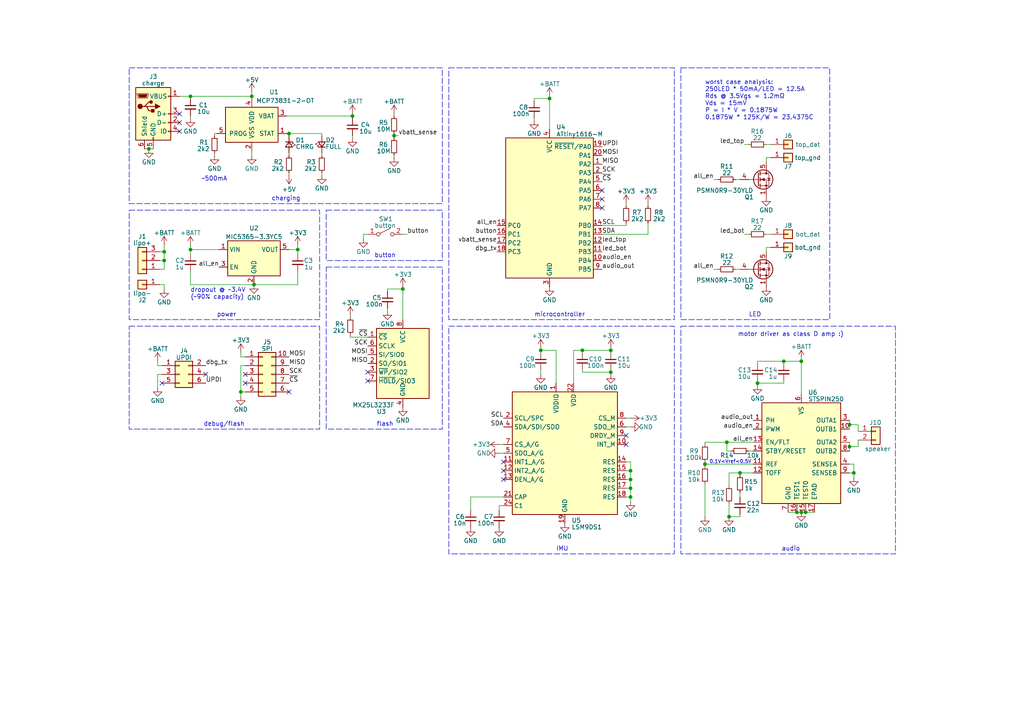
<source format=kicad_sch>
(kicad_sch (version 20230121) (generator eeschema)
  (paper "A4")
  (lib_symbols
    (symbol "+5V_1" (power) (pin_names (offset 0))
      (property "Value" "+5V_1" (at 0 3.556 0))
      (symbol "+5V_1_1_1"
        (pin power_in line (at 0 0 90) (length 0) hide (name "+5V") (number "1"))
      )
    )
    (symbol "Battery_Management:MCP73831-2-OT" (pin_names (offset 1.016))
      (property "Reference" "U" (at -7.62 6.35 0))
      (property "Value" "MCP73831-2-OT" (at 1.27 6.35 0))
      (symbol "MCP73831-2-OT_1_1"
        (pin output line (at 10.16 -2.54 180) (length 2.54) (name "STAT") (number "1"))
        (pin power_in line (at 0 -7.62 90) (length 2.54) (name "VSS") (number "2"))
        (pin power_out line (at 10.16 2.54 180) (length 2.54) (name "VBAT") (number "3"))
        (pin power_in line (at 0 7.62 270) (length 2.54) (name "VDD") (number "4"))
        (pin input line (at -10.16 -2.54 0) (length 2.54) (name "PROG") (number "5"))
      )
    )
    (symbol "Connector:USB_B_Micro" (pin_names (offset 1.016))
      (property "Reference" "J" (at -5.08 11.43 0))
      (property "Value" "USB_B_Micro" (at -5.08 8.89 0))
      (symbol "USB_B_Micro_1_1"
        (pin power_out line (at 7.62 5.08 180) (length 2.54) (name "VBUS") (number "1"))
        (pin bidirectional line (at 7.62 -2.54 180) (length 2.54) (name "D-") (number "2"))
        (pin bidirectional line (at 7.62 0 180) (length 2.54) (name "D+") (number "3"))
        (pin passive line (at 7.62 -5.08 180) (length 2.54) (name "ID") (number "4"))
        (pin power_out line (at 0 -10.16 90) (length 2.54) (name "GND") (number "5"))
        (pin passive line (at -2.54 -10.16 90) (length 2.54) (name "Shield") (number "6"))
      )
    )
    (symbol "Connector_Generic:Conn_01x01" (pin_names (offset 1.016) hide)
      (property "Reference" "J" (at 0 2.54 0))
      (property "Value" "Conn_01x01" (at 0 -2.54 0))
      (symbol "Conn_01x01_1_1"
        (pin passive line (at -5.08 0 0) (length 3.81) (name "Pin_1") (number "1"))
      )
    )
    (symbol "Connector_Generic:Conn_01x02" (pin_names (offset 1.016) hide)
      (property "Reference" "J" (at 0 2.54 0))
      (property "Value" "Conn_01x02" (at 0 -5.08 0))
      (symbol "Conn_01x02_1_1"
        (pin passive line (at -5.08 0 0) (length 3.81) (name "Pin_1") (number "1"))
        (pin passive line (at -5.08 -2.54 0) (length 3.81) (name "Pin_2") (number "2"))
      )
    )
    (symbol "Connector_Generic:Conn_01x03" (pin_names (offset 1.016) hide)
      (property "Reference" "J" (at 0 5.08 0))
      (property "Value" "Conn_01x03" (at 0 -5.08 0))
      (symbol "Conn_01x03_1_1"
        (pin passive line (at -5.08 2.54 0) (length 3.81) (name "Pin_1") (number "1"))
        (pin passive line (at -5.08 0 0) (length 3.81) (name "Pin_2") (number "2"))
        (pin passive line (at -5.08 -2.54 0) (length 3.81) (name "Pin_3") (number "3"))
      )
    )
    (symbol "Connector_Generic:Conn_02x03_Odd_Even" (pin_names (offset 1.016) hide)
      (property "Reference" "J" (at 1.27 5.08 0))
      (property "Value" "Conn_02x03_Odd_Even" (at 1.27 -5.08 0))
      (symbol "Conn_02x03_Odd_Even_1_1"
        (pin passive line (at -5.08 2.54 0) (length 3.81) (name "Pin_1") (number "1"))
        (pin passive line (at 7.62 2.54 180) (length 3.81) (name "Pin_2") (number "2"))
        (pin passive line (at -5.08 0 0) (length 3.81) (name "Pin_3") (number "3"))
        (pin passive line (at 7.62 0 180) (length 3.81) (name "Pin_4") (number "4"))
        (pin passive line (at -5.08 -2.54 0) (length 3.81) (name "Pin_5") (number "5"))
        (pin passive line (at 7.62 -2.54 180) (length 3.81) (name "Pin_6") (number "6"))
      )
    )
    (symbol "Connector_Generic:Conn_02x05_Counter_Clockwise" (pin_names (offset 1.016) hide)
      (property "Reference" "J" (at 1.27 7.62 0))
      (property "Value" "Conn_02x05_Counter_Clockwise" (at 1.27 -7.62 0))
      (symbol "Conn_02x05_Counter_Clockwise_1_1"
        (pin passive line (at -5.08 5.08 0) (length 3.81) (name "Pin_1") (number "1"))
        (pin passive line (at 7.62 5.08 180) (length 3.81) (name "Pin_10") (number "10"))
        (pin passive line (at -5.08 2.54 0) (length 3.81) (name "Pin_2") (number "2"))
        (pin passive line (at -5.08 0 0) (length 3.81) (name "Pin_3") (number "3"))
        (pin passive line (at -5.08 -2.54 0) (length 3.81) (name "Pin_4") (number "4"))
        (pin passive line (at -5.08 -5.08 0) (length 3.81) (name "Pin_5") (number "5"))
        (pin passive line (at 7.62 -5.08 180) (length 3.81) (name "Pin_6") (number "6"))
        (pin passive line (at 7.62 -2.54 180) (length 3.81) (name "Pin_7") (number "7"))
        (pin passive line (at 7.62 0 180) (length 3.81) (name "Pin_8") (number "8"))
        (pin passive line (at 7.62 2.54 180) (length 3.81) (name "Pin_9") (number "9"))
      )
    )
    (symbol "Device:C_Small" (pin_numbers hide) (pin_names (offset 0.254) hide)
      (property "Reference" "C" (at 0.254 1.778 0))
      (property "Value" "C_Small" (at 0.254 -2.032 0))
      (symbol "C_Small_1_1"
        (pin passive line (at 0 2.54 270) (length 2.032) (name "~") (number "1"))
        (pin passive line (at 0 -2.54 90) (length 2.032) (name "~") (number "2"))
      )
    )
    (symbol "Device:LED_Small" (pin_numbers hide) (pin_names (offset 0.254) hide)
      (property "Reference" "D" (at -1.27 3.175 0))
      (property "Value" "LED_Small" (at -4.445 -2.54 0))
      (symbol "LED_Small_1_1"
        (pin passive line (at -2.54 0 0) (length 1.778) (name "K") (number "1"))
        (pin passive line (at 2.54 0 180) (length 1.778) (name "A") (number "2"))
      )
    )
    (symbol "Device:R_Small" (pin_numbers hide) (pin_names (offset 0.254) hide)
      (property "Reference" "R" (at 0.762 0.508 0))
      (property "Value" "R_Small" (at 0.762 -1.016 0))
      (symbol "R_Small_1_1"
        (pin passive line (at 0 2.54 270) (length 0.762) (name "~") (number "1"))
        (pin passive line (at 0 -2.54 90) (length 0.762) (name "~") (number "2"))
      )
    )
    (symbol "MCU_Microchip_ATtiny:ATtiny1616-M"
      (property "Reference" "U" (at -12.7 21.59 0))
      (property "Value" "ATtiny1616-M" (at 2.54 -21.59 0))
      (symbol "ATtiny1616-M_1_1"
        (pin bidirectional line (at 15.24 12.7 180) (length 2.54) (name "PA2") (number "1"))
        (pin bidirectional line (at 15.24 -15.24 180) (length 2.54) (name "PB4") (number "10"))
        (pin bidirectional line (at 15.24 -12.7 180) (length 2.54) (name "PB3") (number "11"))
        (pin bidirectional line (at 15.24 -10.16 180) (length 2.54) (name "PB2") (number "12"))
        (pin bidirectional line (at 15.24 -7.62 180) (length 2.54) (name "PB1") (number "13"))
        (pin bidirectional line (at 15.24 -5.08 180) (length 2.54) (name "PB0") (number "14"))
        (pin bidirectional line (at -15.24 -5.08 0) (length 2.54) (name "PC0") (number "15"))
        (pin bidirectional line (at -15.24 -7.62 0) (length 2.54) (name "PC1") (number "16"))
        (pin bidirectional line (at -15.24 -10.16 0) (length 2.54) (name "PC2") (number "17"))
        (pin bidirectional line (at -15.24 -12.7 0) (length 2.54) (name "PC3") (number "18"))
        (pin bidirectional line (at 15.24 17.78 180) (length 2.54) (name "~{RESET}/PA0") (number "19"))
        (pin bidirectional line (at 15.24 10.16 180) (length 2.54) (name "PA3") (number "2"))
        (pin bidirectional line (at 15.24 15.24 180) (length 2.54) (name "PA1") (number "20"))
        (pin passive line (at 0 -22.86 90) (length 2.54) hide (name "GND") (number "21"))
        (pin power_in line (at 0 -22.86 90) (length 2.54) (name "GND") (number "3"))
        (pin power_in line (at 0 22.86 270) (length 2.54) (name "VCC") (number "4"))
        (pin bidirectional line (at 15.24 7.62 180) (length 2.54) (name "PA4") (number "5"))
        (pin bidirectional line (at 15.24 5.08 180) (length 2.54) (name "PA5") (number "6"))
        (pin bidirectional line (at 15.24 2.54 180) (length 2.54) (name "PA6") (number "7"))
        (pin bidirectional line (at 15.24 0 180) (length 2.54) (name "PA7") (number "8"))
        (pin bidirectional line (at 15.24 -17.78 180) (length 2.54) (name "PB5") (number "9"))
      )
    )
    (symbol "Memory_Flash:MX25R3235FM1xx1"
      (property "Reference" "U" (at -6.35 11.43 0))
      (property "Value" "MX25R3235FM1xx1" (at 10.16 11.43 0))
      (symbol "MX25R3235FM1xx1_1_1"
        (pin input line (at -10.16 7.62 0) (length 2.54) (name "~{CS}") (number "1"))
        (pin bidirectional line (at -10.16 0 0) (length 2.54) (name "SO/SIO1") (number "2"))
        (pin bidirectional line (at -10.16 -2.54 0) (length 2.54) (name "~{WP}/SIO2") (number "3"))
        (pin power_in line (at 0 -12.7 90) (length 2.54) (name "GND") (number "4"))
        (pin bidirectional line (at -10.16 2.54 0) (length 2.54) (name "SI/SIO0") (number "5"))
        (pin input line (at -10.16 5.08 0) (length 2.54) (name "SCLK") (number "6"))
        (pin bidirectional line (at -10.16 -5.08 0) (length 2.54) (name "~{HOLD}/SIO3") (number "7"))
        (pin power_in line (at 0 12.7 270) (length 2.54) (name "VCC") (number "8"))
      )
    )
    (symbol "Regulator_Linear:MIC5365-3.3YC5"
      (property "Reference" "U" (at -6.35 6.35 0))
      (property "Value" "MIC5365-3.3YC5" (at 0 6.35 0))
      (symbol "MIC5365-3.3YC5_1_1"
        (pin power_in line (at -10.16 2.54 0) (length 2.54) (name "VIN") (number "1"))
        (pin power_in line (at 0 -7.62 90) (length 2.54) (name "GND") (number "2"))
        (pin input line (at -10.16 -2.54 0) (length 2.54) (name "EN") (number "3"))
        (pin no_connect line (at 7.62 -2.54 180) (length 2.54) hide (name "NC") (number "4"))
        (pin power_out line (at 10.16 2.54 180) (length 2.54) (name "VOUT") (number "5"))
      )
    )
    (symbol "Sensor_Motion:LSM9DS1"
      (property "Reference" "U" (at -15.24 21.59 0))
      (property "Value" "LSM9DS1" (at -15.24 19.05 0))
      (symbol "LSM9DS1_1_1"
        (pin power_in line (at -2.54 20.32 270) (length 2.54) (name "VDDIO") (number "1"))
        (pin output line (at 17.78 2.54 180) (length 2.54) (name "INT_M") (number "10"))
        (pin output line (at -17.78 -2.54 0) (length 2.54) (name "INT1_A/G") (number "11"))
        (pin output line (at -17.78 -5.08 0) (length 2.54) (name "INT2_A/G") (number "12"))
        (pin input line (at -17.78 -7.62 0) (length 2.54) (name "DEN_A/G") (number "13"))
        (pin bidirectional line (at 17.78 -2.54 180) (length 2.54) (name "RES") (number "14"))
        (pin bidirectional line (at 17.78 -5.08 180) (length 2.54) (name "RES") (number "15"))
        (pin bidirectional line (at 17.78 -7.62 180) (length 2.54) (name "RES") (number "16"))
        (pin bidirectional line (at 17.78 -10.16 180) (length 2.54) (name "RES") (number "17"))
        (pin bidirectional line (at 17.78 -12.7 180) (length 2.54) (name "RES") (number "18"))
        (pin power_in line (at 0 -20.32 90) (length 2.54) (name "GND") (number "19"))
        (pin input line (at -17.78 10.16 0) (length 2.54) (name "SCL/SPC") (number "2"))
        (pin passive line (at 0 -20.32 90) (length 2.54) hide (name "GND") (number "20"))
        (pin passive line (at -17.78 -12.7 0) (length 2.54) (name "CAP") (number "21"))
        (pin power_in line (at 2.54 20.32 270) (length 2.54) (name "VDD") (number "22"))
        (pin passive line (at 2.54 20.32 270) (length 2.54) hide (name "VDD") (number "23"))
        (pin passive line (at -17.78 -15.24 0) (length 2.54) (name "C1") (number "24"))
        (pin passive line (at -2.54 20.32 270) (length 2.54) hide (name "VDDIO") (number "3"))
        (pin bidirectional line (at -17.78 7.62 0) (length 2.54) (name "SDA/SDI/SDO") (number "4"))
        (pin output line (at -17.78 0 0) (length 2.54) (name "SDO_A/G") (number "5"))
        (pin output line (at 17.78 7.62 180) (length 2.54) (name "SDO_M") (number "6"))
        (pin input line (at -17.78 2.54 0) (length 2.54) (name "CS_A/G") (number "7"))
        (pin input line (at 17.78 10.16 180) (length 2.54) (name "CS_M") (number "8"))
        (pin output line (at 17.78 5.08 180) (length 2.54) (name "DRDY_M") (number "9"))
      )
    )
    (symbol "Switch:SW_SPST" (pin_names (offset 0) hide)
      (property "Reference" "SW" (at 0 3.175 0))
      (property "Value" "SW_SPST" (at 0 -2.54 0))
      (symbol "SW_SPST_1_1"
        (pin passive line (at -5.08 0 0) (length 2.54) (name "A") (number "1"))
        (pin passive line (at 5.08 0 180) (length 2.54) (name "B") (number "2"))
      )
    )
    (symbol "Transistor_FET:PSMN5R2-60YL" (pin_names hide)
      (property "Reference" "Q" (at 6.35 2.54 0))
      (property "Value" "PSMN5R2-60YL" (at 12.7 0 0))
      (symbol "PSMN5R2-60YL_1_1"
        (pin passive line (at 2.54 -5.08 90) (length 2.54) (name "S") (number "1"))
        (pin passive line (at 2.54 -5.08 90) (length 2.54) hide (name "S") (number "2"))
        (pin passive line (at 2.54 -5.08 90) (length 2.54) hide (name "S") (number "3"))
        (pin passive line (at -5.08 0 0) (length 2.54) (name "G") (number "4"))
        (pin passive line (at 2.54 5.08 270) (length 2.54) (name "D") (number "5"))
      )
    )
    (symbol "extraparts:STSPIN250" (pin_names (offset 1.016))
      (property "Reference" "U" (at 1.27 17.78 0))
      (property "Value" "STSPIN250" (at 1.27 15.24 0))
      (symbol "STSPIN250_1_1"
        (pin input line (at -13.97 8.89 0) (length 2.54) (name "PH") (number "1"))
        (pin power_out line (at 13.97 6.35 180) (length 2.54) (name "OUTB1") (number "10"))
        (pin input line (at -13.97 -3.81 0) (length 2.54) (name "REF") (number "11"))
        (pin input line (at -13.97 -6.35 0) (length 2.54) (name "TOFF") (number "12"))
        (pin bidirectional line (at -13.97 2.54 0) (length 2.54) (name "EN/FLT") (number "13"))
        (pin input line (at -13.97 0 0) (length 2.54) (name "STBY/RESET") (number "14"))
        (pin input line (at 1.27 -17.78 90) (length 2.54) (name "TEST0") (number "15"))
        (pin input line (at -1.27 -17.78 90) (length 2.54) (name "TEST1") (number "16"))
        (pin power_in line (at 3.81 -17.78 90) (length 2.54) (name "EPAD") (number "17"))
        (pin input line (at -13.97 6.35 0) (length 2.54) (name "PWM") (number "2"))
        (pin power_out line (at 13.97 8.89 180) (length 2.54) (name "OUTA1") (number "3"))
        (pin power_out line (at 13.97 -3.81 180) (length 2.54) (name "SENSEA") (number "4"))
        (pin power_out line (at 13.97 2.54 180) (length 2.54) (name "OUTA2") (number "5"))
        (pin power_in line (at 0 16.51 270) (length 2.54) (name "VS") (number "6"))
        (pin power_in line (at -3.81 -17.78 90) (length 2.54) (name "GND") (number "7"))
        (pin power_out line (at 13.97 0 180) (length 2.54) (name "OUTB2") (number "8"))
        (pin power_out line (at 13.97 -6.35 180) (length 2.54) (name "SENSEB") (number "9"))
      )
    )
    (symbol "power:+3V3" (power) (pin_names (offset 0))
      (property "Value" "+3V3" (at 0 3.556 0))
      (symbol "+3V3_1_1"
        (pin power_in line (at 0 0 90) (length 0) hide (name "+3V3") (number "1"))
      )
    )
    (symbol "power:+BATT" (power) (pin_names (offset 0))
      (property "Value" "+BATT" (at 0 3.556 0))
      (symbol "+BATT_1_1"
        (pin power_in line (at 0 0 90) (length 0) hide (name "+BATT") (number "1"))
      )
    )
    (symbol "power:GND" (power) (pin_names (offset 0))
      (property "Value" "GND" (at 0 -3.81 0))
      (symbol "GND_1_1"
        (pin power_in line (at 0 0 270) (length 0) hide (name "GND") (number "1"))
      )
    )
  )
  (junction (at 55.245 27.94))
  (junction (at 168.91 101.6))
  (junction (at 102.235 33.655))
  (junction (at 43.18 43.18))
  (junction (at 55.245 72.39))
  (junction (at 114.3 39.37))
  (junction (at 219.71 111.125))
  (junction (at 231.14 148.59))
  (junction (at 159.385 28.575))
  (junction (at 116.84 83.82))
  (junction (at 177.165 107.95))
  (junction (at 182.88 136.525))
  (junction (at 83.82 38.735))
  (junction (at 211.455 149.86))
  (junction (at 177.165 101.6))
  (junction (at 182.88 141.605))
  (junction (at 214.63 137.16))
  (junction (at 86.36 72.39))
  (junction (at 232.41 148.59))
  (junction (at 182.88 139.065))
  (junction (at 232.41 104.775))
  (junction (at 246.38 123.19))
  (junction (at 246.38 129.54))
  (junction (at 233.68 148.59))
  (junction (at 247.65 137.16))
  (junction (at 182.88 144.145))
  (junction (at 47.625 75.565))
  (junction (at 47.625 73.025))
  (junction (at 210.82 128.27))
  (junction (at 69.85 113.665))
  (junction (at 73.025 27.94))
  (junction (at 204.47 134.62))
  (junction (at 156.845 101.6))
  (junction (at 227.33 104.775))
  (junction (at 73.66 82.55))
  (no_connect (at 174.625 57.785))
  (no_connect (at 181.61 128.905))
  (no_connect (at 174.625 60.325))
  (no_connect (at 71.12 108.585))
  (no_connect (at 174.625 55.245))
  (no_connect (at 71.12 111.125))
  (no_connect (at 146.05 133.985))
  (no_connect (at 146.05 139.065))
  (no_connect (at 146.05 136.525))
  (no_connect (at 52.07 35.56))
  (no_connect (at 83.82 113.665))
  (no_connect (at 106.68 107.95))
  (no_connect (at 181.61 126.365))
  (no_connect (at 52.07 38.1))
  (no_connect (at 106.68 110.49))
  (no_connect (at 59.69 108.585))
  (no_connect (at 52.07 33.02))
  (no_connect (at 46.99 111.125))
  (wire (pts (xy 246.38 121.92) (xy 246.38 123.19)))
  (wire (pts (xy 213.36 78.105) (xy 214.63 78.105)))
  (wire (pts (xy 177.165 107.95) (xy 177.165 107.315)))
  (wire (pts (xy 212.09 130.81) (xy 210.82 130.81)))
  (wire (pts (xy 159.385 27.94) (xy 159.385 28.575)))
  (wire (pts (xy 233.68 148.59) (xy 236.22 148.59)))
  (wire (pts (xy 116.84 83.185) (xy 116.84 83.82)))
  (wire (pts (xy 204.47 134.62) (xy 204.47 135.255)))
  (wire (pts (xy 156.845 107.315) (xy 156.845 108.585)))
  (wire (pts (xy 219.71 111.125) (xy 227.33 111.125)))
  (wire (pts (xy 222.25 45.72) (xy 222.25 46.99)))
  (wire (pts (xy 211.455 149.86) (xy 214.63 149.86)))
  (wire (pts (xy 204.47 128.27) (xy 204.47 128.905)))
  (wire (pts (xy 47.625 82.55) (xy 47.625 83.82)))
  (wire (pts (xy 55.245 33.655) (xy 55.245 34.29)))
  (wire (pts (xy 181.61 65.405) (xy 181.61 64.77)))
  (wire (pts (xy 227.33 104.775) (xy 232.41 104.775)))
  (wire (pts (xy 168.91 107.95) (xy 168.91 107.315)))
  (wire (pts (xy 247.65 137.16) (xy 247.65 134.62)))
  (wire (pts (xy 247.65 138.43) (xy 247.65 137.16)))
  (wire (pts (xy 182.88 139.065) (xy 182.88 141.605)))
  (wire (pts (xy 116.84 83.82) (xy 116.84 92.71)))
  (wire (pts (xy 174.625 67.945) (xy 187.96 67.945)))
  (wire (pts (xy 156.845 100.965) (xy 156.845 101.6)))
  (wire (pts (xy 156.845 101.6) (xy 156.845 102.235)))
  (wire (pts (xy 181.61 59.055) (xy 181.61 59.69)))
  (wire (pts (xy 181.61 139.065) (xy 182.88 139.065)))
  (wire (pts (xy 222.25 71.755) (xy 222.25 73.025)))
  (wire (pts (xy 210.82 130.81) (xy 210.82 128.27)))
  (wire (pts (xy 232.41 104.14) (xy 232.41 104.775)))
  (wire (pts (xy 181.61 133.985) (xy 182.88 133.985)))
  (wire (pts (xy 86.36 82.55) (xy 86.36 78.74)))
  (wire (pts (xy 69.85 113.665) (xy 71.12 113.665)))
  (wire (pts (xy 210.82 128.27) (xy 218.44 128.27)))
  (wire (pts (xy 181.61 121.285) (xy 182.88 121.285)))
  (wire (pts (xy 69.85 113.665) (xy 69.85 106.045)))
  (wire (pts (xy 46.355 75.565) (xy 47.625 75.565)))
  (wire (pts (xy 55.245 78.74) (xy 55.245 82.55)))
  (wire (pts (xy 168.91 107.95) (xy 177.165 107.95)))
  (wire (pts (xy 181.61 144.145) (xy 182.88 144.145)))
  (wire (pts (xy 55.245 27.94) (xy 73.025 27.94)))
  (wire (pts (xy 45.72 112.395) (xy 45.72 108.585)))
  (wire (pts (xy 207.01 52.07) (xy 208.28 52.07)))
  (wire (pts (xy 222.25 41.91) (xy 223.52 41.91)))
  (wire (pts (xy 112.395 89.535) (xy 112.395 90.17)))
  (wire (pts (xy 62.23 39.37) (xy 62.23 38.735)))
  (wire (pts (xy 106.68 97.79) (xy 101.6 97.79)))
  (wire (pts (xy 62.23 38.735) (xy 62.865 38.735)))
  (wire (pts (xy 181.61 141.605) (xy 182.88 141.605)))
  (wire (pts (xy 187.96 59.055) (xy 187.96 59.69)))
  (wire (pts (xy 214.63 142.875) (xy 214.63 144.145)))
  (wire (pts (xy 246.38 137.16) (xy 247.65 137.16)))
  (wire (pts (xy 55.245 72.39) (xy 55.245 73.66)))
  (wire (pts (xy 83.185 38.735) (xy 83.82 38.735)))
  (wire (pts (xy 83.82 38.735) (xy 93.345 38.735)))
  (wire (pts (xy 86.36 73.66) (xy 86.36 72.39)))
  (wire (pts (xy 46.355 73.025) (xy 47.625 73.025)))
  (wire (pts (xy 146.05 144.145) (xy 136.525 144.145)))
  (wire (pts (xy 73.66 82.55) (xy 86.36 82.55)))
  (wire (pts (xy 246.38 129.54) (xy 246.38 130.81)))
  (wire (pts (xy 83.82 44.45) (xy 83.82 45.085)))
  (wire (pts (xy 101.6 91.44) (xy 101.6 92.075)))
  (wire (pts (xy 105.41 67.945) (xy 106.68 67.945)))
  (wire (pts (xy 47.625 78.105) (xy 47.625 75.565)))
  (wire (pts (xy 248.92 129.54) (xy 248.92 127.635)))
  (wire (pts (xy 166.37 111.125) (xy 166.37 101.6)))
  (wire (pts (xy 168.91 101.6) (xy 168.91 102.235)))
  (wire (pts (xy 144.78 146.685) (xy 146.05 146.685)))
  (wire (pts (xy 223.52 45.72) (xy 222.25 45.72)))
  (wire (pts (xy 154.94 28.575) (xy 154.94 29.21)))
  (wire (pts (xy 181.61 123.825) (xy 182.88 123.825)))
  (wire (pts (xy 102.235 33.655) (xy 102.235 33.02)))
  (wire (pts (xy 217.17 130.81) (xy 218.44 130.81)))
  (wire (pts (xy 248.92 123.19) (xy 246.38 123.19)))
  (wire (pts (xy 174.625 65.405) (xy 181.61 65.405)))
  (wire (pts (xy 227.33 111.125) (xy 227.33 110.49)))
  (wire (pts (xy 177.165 101.6) (xy 177.165 102.235)))
  (wire (pts (xy 211.455 137.16) (xy 214.63 137.16)))
  (wire (pts (xy 211.455 146.05) (xy 211.455 149.86)))
  (wire (pts (xy 154.94 34.925) (xy 154.94 34.29)))
  (wire (pts (xy 46.355 78.105) (xy 47.625 78.105)))
  (wire (pts (xy 182.88 141.605) (xy 182.88 144.145)))
  (wire (pts (xy 114.3 39.37) (xy 114.3 40.005)))
  (wire (pts (xy 43.18 43.18) (xy 44.45 43.18)))
  (wire (pts (xy 83.185 33.655) (xy 102.235 33.655)))
  (wire (pts (xy 83.82 72.39) (xy 86.36 72.39)))
  (wire (pts (xy 248.92 123.19) (xy 248.92 125.095)))
  (wire (pts (xy 102.235 39.37) (xy 102.235 40.005)))
  (wire (pts (xy 204.47 133.985) (xy 204.47 134.62)))
  (wire (pts (xy 204.47 134.62) (xy 218.44 134.62)))
  (wire (pts (xy 207.01 78.105) (xy 208.28 78.105)))
  (wire (pts (xy 55.245 82.55) (xy 73.66 82.55)))
  (wire (pts (xy 112.395 83.82) (xy 116.84 83.82)))
  (wire (pts (xy 219.71 104.775) (xy 227.33 104.775)))
  (wire (pts (xy 246.38 123.19) (xy 246.38 124.46)))
  (wire (pts (xy 247.65 134.62) (xy 246.38 134.62)))
  (wire (pts (xy 177.165 107.95) (xy 177.165 108.585)))
  (wire (pts (xy 156.845 101.6) (xy 161.29 101.6)))
  (wire (pts (xy 69.85 102.235) (xy 69.85 103.505)))
  (wire (pts (xy 112.395 84.455) (xy 112.395 83.82)))
  (wire (pts (xy 118.11 67.945) (xy 116.84 67.945)))
  (wire (pts (xy 213.36 52.07) (xy 214.63 52.07)))
  (wire (pts (xy 232.41 148.59) (xy 233.68 148.59)))
  (wire (pts (xy 69.85 106.045) (xy 71.12 106.045)))
  (wire (pts (xy 114.3 39.37) (xy 115.57 39.37)))
  (wire (pts (xy 47.625 75.565) (xy 47.625 73.025)))
  (wire (pts (xy 47.625 73.025) (xy 47.625 71.12)))
  (wire (pts (xy 219.71 111.125) (xy 219.71 111.76)))
  (wire (pts (xy 136.525 144.145) (xy 136.525 147.955)))
  (wire (pts (xy 181.61 136.525) (xy 182.88 136.525)))
  (wire (pts (xy 93.345 44.45) (xy 93.345 45.085)))
  (wire (pts (xy 222.25 67.945) (xy 223.52 67.945)))
  (wire (pts (xy 211.455 140.97) (xy 211.455 137.16)))
  (wire (pts (xy 114.3 33.02) (xy 114.3 33.655)))
  (wire (pts (xy 83.82 50.165) (xy 83.82 50.8)))
  (wire (pts (xy 219.71 110.49) (xy 219.71 111.125)))
  (wire (pts (xy 215.9 41.91) (xy 217.17 41.91)))
  (wire (pts (xy 73.025 43.815) (xy 73.025 45.085)))
  (wire (pts (xy 41.91 43.18) (xy 43.18 43.18)))
  (wire (pts (xy 114.3 38.735) (xy 114.3 39.37)))
  (wire (pts (xy 187.96 67.945) (xy 187.96 64.77)))
  (wire (pts (xy 144.78 128.905) (xy 146.05 128.905)))
  (wire (pts (xy 69.85 114.935) (xy 69.85 113.665)))
  (wire (pts (xy 214.63 137.16) (xy 214.63 137.795)))
  (wire (pts (xy 93.345 50.165) (xy 93.345 50.8)))
  (wire (pts (xy 45.72 106.045) (xy 46.99 106.045)))
  (wire (pts (xy 214.63 137.16) (xy 218.44 137.16)))
  (wire (pts (xy 101.6 97.79) (xy 101.6 97.155)))
  (wire (pts (xy 144.78 147.955) (xy 144.78 146.685)))
  (wire (pts (xy 231.14 148.59) (xy 232.41 148.59)))
  (wire (pts (xy 45.72 104.775) (xy 45.72 106.045)))
  (wire (pts (xy 177.165 100.965) (xy 177.165 101.6)))
  (wire (pts (xy 223.52 71.755) (xy 222.25 71.755)))
  (wire (pts (xy 168.91 101.6) (xy 177.165 101.6)))
  (wire (pts (xy 52.07 27.94) (xy 55.245 27.94)))
  (wire (pts (xy 182.88 136.525) (xy 182.88 139.065)))
  (wire (pts (xy 232.41 104.775) (xy 232.41 114.3)))
  (wire (pts (xy 46.355 82.55) (xy 47.625 82.55)))
  (wire (pts (xy 69.85 103.505) (xy 71.12 103.505)))
  (wire (pts (xy 105.41 69.215) (xy 105.41 67.945)))
  (wire (pts (xy 204.47 140.335) (xy 204.47 149.86)))
  (wire (pts (xy 114.3 45.085) (xy 114.3 45.72)))
  (wire (pts (xy 210.82 128.27) (xy 204.47 128.27)))
  (wire (pts (xy 55.245 71.12) (xy 55.245 72.39)))
  (wire (pts (xy 227.33 104.775) (xy 227.33 105.41)))
  (wire (pts (xy 144.78 131.445) (xy 146.05 131.445)))
  (wire (pts (xy 215.9 67.945) (xy 217.17 67.945)))
  (wire (pts (xy 166.37 101.6) (xy 168.91 101.6)))
  (wire (pts (xy 154.94 28.575) (xy 159.385 28.575)))
  (wire (pts (xy 55.245 27.94) (xy 55.245 28.575)))
  (wire (pts (xy 86.36 71.12) (xy 86.36 72.39)))
  (wire (pts (xy 214.63 149.86) (xy 214.63 149.225)))
  (wire (pts (xy 73.025 27.94) (xy 73.025 28.575)))
  (wire (pts (xy 63.5 72.39) (xy 55.245 72.39)))
  (wire (pts (xy 159.385 28.575) (xy 159.385 37.465)))
  (wire (pts (xy 248.92 129.54) (xy 246.38 129.54)))
  (wire (pts (xy 62.23 44.45) (xy 62.23 45.085)))
  (wire (pts (xy 83.82 38.735) (xy 83.82 39.37)))
  (wire (pts (xy 93.345 39.37) (xy 93.345 38.735)))
  (wire (pts (xy 219.71 105.41) (xy 219.71 104.775)))
  (wire (pts (xy 161.29 111.125) (xy 161.29 101.6)))
  (wire (pts (xy 102.235 33.655) (xy 102.235 34.29)))
  (wire (pts (xy 228.6 148.59) (xy 231.14 148.59)))
  (wire (pts (xy 246.38 128.27) (xy 246.38 129.54)))
  (wire (pts (xy 45.72 108.585) (xy 46.99 108.585)))
  (wire (pts (xy 182.88 144.145) (xy 182.88 145.415)))
  (wire (pts (xy 73.025 26.67) (xy 73.025 27.94)))
  (wire (pts (xy 182.88 133.985) (xy 182.88 136.525)))
  (rectangle (start 197.485 94.615) (end 259.715 160.655) (stroke (width 0) (type dash)))
  (rectangle (start 37.465 19.685) (end 128.27 59.055) (stroke (width 0) (type dash)))
  (rectangle (start 94.615 60.96) (end 128.27 75.565) (stroke (width 0) (type dash)))
  (rectangle (start 37.465 94.615) (end 92.71 124.46) (stroke (width 0) (type dash)))
  (rectangle (start 37.465 60.96) (end 92.71 92.71) (stroke (width 0) (type dash)))
  (rectangle (start 130.175 94.615) (end 195.58 160.655) (stroke (width 0) (type dash)))
  (rectangle (start 197.485 19.685) (end 240.665 92.71) (stroke (width 0) (type dash)))
  (rectangle (start 130.175 19.685) (end 195.58 92.71) (stroke (width 0) (type dash)))
  (rectangle (start 94.615 77.47) (end 128.27 124.46) (stroke (width 0) (type dash)))
  (text "flash" (at 109.22 123.825 0) (effects (font (size 1.27 1.27)) (justify left bottom)))
  (text "dropout @ ~3.4V\n(~90% capacity)" (at 55.245 86.995 0) (effects (font (size 1.27 1.27)) (justify left bottom)))
  (text "motor driver as class D amp :)" (at 213.995 97.79 0) (effects (font (size 1.27 1.27)) (justify left bottom)))
  (text "power" (at 62.865 92.075 0) (effects (font (size 1.27 1.27)) (justify left bottom)))
  (text "IMU" (at 161.29 160.02 0) (effects (font (size 1.27 1.27)) (justify left bottom)))
  (text "LED" (at 217.17 92.075 0) (effects (font (size 1.27 1.27)) (justify left bottom)))
  (text "charging" (at 78.74 58.42 0) (effects (font (size 1.27 1.27)) (justify left bottom)))
  (text "microcontroller" (at 154.94 92.075 0) (effects (font (size 1.27 1.27)) (justify left bottom)))
  (text "audio" (at 226.695 160.02 0) (effects (font (size 1.27 1.27)) (justify left bottom)))
  (text "0.1V<Vref<0.5V" (at 205.74 134.62 0) (effects (font (size 1.016 1.016)) (justify left bottom)))
  (text "worst case analysis:\n250LED * 50mA/LED = 12.5A\nRds @ 3.5Vgs = 1.2mΩ\nVds = 15mV\nP = I * V = 0.1875W\n0.1875W * 125K/W = 23.4375C" (at 204.47 34.925 0) (effects (font (size 1.27 1.27)) (justify left bottom)))
  (text "~500mA" (at 58.42 52.705 0) (effects (font (size 1.27 1.27)) (justify left bottom)))
  (text "button" (at 108.585 74.93 0) (effects (font (size 1.27 1.27)) (justify left bottom)))
  (text "debug/flash" (at 59.055 123.825 0) (effects (font (size 1.27 1.27)) (justify left bottom)))
  (label "all_en" (at 218.44 128.27 180))
  (label "UPDI" (at 59.69 111.125 0))
  (label "vbatt_sense" (at 144.145 70.485 180))
  (label "SDA" (at 174.625 67.945 0))
  (label "vbatt_sense" (at 115.57 39.37 0))
  (label "button" (at 144.145 67.945 180))
  (label "SCK" (at 106.68 100.33 180))
  (label "led_top" (at 215.9 41.91 180))
  (label "SCK" (at 83.82 108.585 0))
  (label "~{CS}" (at 174.625 52.705 0))
  (label "audio_out" (at 174.625 78.105 0))
  (label "~{CS}" (at 106.68 97.79 180))
  (label "MOSI" (at 174.625 45.085 0))
  (label "UPDI" (at 174.625 42.545 0))
  (label "MISO" (at 174.625 47.625 0))
  (label "audio_en" (at 218.44 124.46 180))
  (label "SDA" (at 146.05 123.825 180))
  (label "all_en" (at 63.5 77.47 180))
  (label "all_en" (at 207.01 52.07 180))
  (label "all_en" (at 144.145 65.405 180))
  (label "led_bot" (at 174.625 73.025 0))
  (label "all_en" (at 207.01 78.105 180))
  (label "led_top" (at 174.625 70.485 0))
  (label "SCK" (at 174.625 50.165 0))
  (label "MISO" (at 106.68 105.41 180))
  (label "MOSI" (at 83.82 103.505 0))
  (label "SCL" (at 146.05 121.285 180))
  (label "button" (at 118.11 67.945 0))
  (label "MOSI" (at 106.68 102.87 180))
  (label "audio_en" (at 174.625 75.565 0))
  (label "led_bot" (at 215.9 67.945 180))
  (label "MISO" (at 83.82 106.045 0))
  (label "dbg_tx" (at 144.145 73.025 180))
  (label "audio_out" (at 218.44 121.92 180))
  (label "SCL" (at 174.625 65.405 0))
  (label "dbg_tx" (at 59.69 106.045 0))
  (label "~{CS}" (at 83.82 111.125 0))
  (symbol (lib_id "Connector_Generic:Conn_01x01") (at 228.6 71.755 0) (unit 1)
    (property "Reference" "J9" (at 228.6 74.295 0))
    (property "Value" "bot_gnd" (at 234.315 71.755 0))
    (property "Footprint" "Connector_PinHeader_2.00mm:PinHeader_1x01_P2.00mm_Vertical" (effects hide))
  )
  (symbol (lib_id "power:+BATT") (at 232.41 104.14 0) (unit 1)
    (property "Reference" "#PWR048" (effects hide))
    (property "Value" "+BATT" (at 232.41 100.5642 0))
  )
  (symbol (lib_id "Memory_Flash:MX25R3235FM1xx1") (at 116.84 105.41 0) (unit 1)
    (property "Reference" "U3" (at 109.22 119.38 0) (effects (justify left)))
    (property "Value" "MX25L3233F" (at 102.235 117.475 0) (effects (justify left)))
    (property "Footprint" "Package_SO:SOP-8_3.9x4.9mm_P1.27mm" (effects hide))
    (property "Datasheet" "https://www.macronix.com/Lists/Datasheet/Attachments/8755/MX25R3235F,%20Wide%20Range,%2032Mb,%20v1.8.pdf" (effects hide))
  )
  (symbol (lib_id "Device:R_Small") (at 83.82 47.625 0) (unit 1)
    (property "Reference" "R2" (at 79.375 46.99 0) (effects (justify left)))
    (property "Value" "2k2" (at 78.74 48.895 0) (effects (justify left)))
    (property "Footprint" "Resistor_SMD:R_0603_1608Metric" (effects hide))
  )
  (symbol (lib_id "power:GND") (at 69.85 114.935 0) (unit 1)
    (property "Reference" "#PWR010" (effects hide))
    (property "Value" "GND" (at 69.85 118.745 0))
  )
  (symbol (lib_id "Device:LED_Small") (at 93.345 41.91 90) (unit 1)
    (property "Reference" "D2" (at 97.155 40.64 90) (effects (justify left)))
    (property "Value" "FULL" (at 99.06 42.545 90) (effects (justify left)))
    (property "Footprint" "LED_SMD:LED_0603_1608Metric" (effects hide))
  )
  (symbol (lib_id "power:GND") (at 177.165 108.585 0) (unit 1)
    (property "Reference" "#PWR037" (effects hide))
    (property "Value" "GND" (at 177.165 112.395 0))
  )
  (symbol (lib_id "Device:C_Small") (at 154.94 31.75 0) (unit 1)
    (property "Reference" "C8" (at 150.495 31.115 0) (effects (justify left)))
    (property "Value" "100n" (at 148.59 33.02 0) (effects (justify left)))
    (property "Footprint" "Capacitor_SMD:C_0603_1608Metric" (effects hide))
  )
  (symbol (lib_name "+5V_1") (lib_id "power:+5V") (at 83.82 50.8 180) (unit 1)
    (property "Reference" "#PWR051" (effects hide))
    (property "Value" "+5V" (at 83.82 54.9355 0))
  )
  (symbol (lib_id "power:GND") (at 105.41 69.215 0) (unit 1)
    (property "Reference" "#PWR020" (effects hide))
    (property "Value" "GND" (at 105.41 73.025 0))
  )
  (symbol (lib_id "power:GND") (at 43.18 43.18 0) (unit 1)
    (property "Reference" "#PWR01" (effects hide))
    (property "Value" "GND" (at 43.18 46.99 0))
  )
  (symbol (lib_id "power:GND") (at 247.65 138.43 0) (unit 1)
    (property "Reference" "#PWR050" (effects hide))
    (property "Value" "GND" (at 247.65 142.24 0))
  )
  (symbol (lib_id "Regulator_Linear:MIC5365-3.3YC5") (at 73.66 74.93 0) (unit 1)
    (property "Reference" "U2" (at 73.66 66.1502 0))
    (property "Value" "MIC5365-3.3YC5" (at 73.66 68.6871 0))
    (property "Footprint" "Package_TO_SOT_SMD:SOT-353_SC-70-5" (effects hide))
    (property "Datasheet" "http://ww1.microchip.com/downloads/en/DeviceDoc/mic5365.pdf" (effects hide))
  )
  (symbol (lib_id "Connector_Generic:Conn_01x01") (at 228.6 67.945 0) (unit 1)
    (property "Reference" "J8" (at 228.6 65.405 0))
    (property "Value" "bot_dat" (at 234.315 67.945 0))
    (property "Footprint" "Connector_PinHeader_2.00mm:PinHeader_1x01_P2.00mm_Vertical" (effects hide))
  )
  (symbol (lib_id "power:GND") (at 159.385 83.185 0) (unit 1)
    (property "Reference" "#PWR034" (effects hide))
    (property "Value" "GND" (at 159.385 86.995 0))
  )
  (symbol (lib_id "Connector_Generic:Conn_01x01") (at 228.6 41.91 0) (unit 1)
    (property "Reference" "J6" (at 228.6 39.37 0))
    (property "Value" "top_dat" (at 234.315 41.91 0))
    (property "Footprint" "Connector_PinHeader_2.00mm:PinHeader_1x01_P2.00mm_Vertical" (effects hide))
  )
  (symbol (lib_id "Device:R_Small") (at 114.3 36.195 0) (unit 1)
    (property "Reference" "R5" (at 109.855 35.56 0) (effects (justify left)))
    (property "Value" "10M" (at 109.22 37.465 0) (effects (justify left)))
    (property "Footprint" "Resistor_SMD:R_0603_1608Metric" (effects hide))
  )
  (symbol (lib_id "power:+BATT") (at 114.3 33.02 0) (unit 1)
    (property "Reference" "#PWR022" (effects hide))
    (property "Value" "+BATT" (at 114.3 29.4442 0))
  )
  (symbol (lib_id "power:GND") (at 222.25 57.15 0) (unit 1)
    (property "Reference" "#PWR046" (effects hide))
    (property "Value" "GND" (at 222.25 60.96 0))
  )
  (symbol (lib_id "power:GND") (at 154.94 34.925 0) (unit 1)
    (property "Reference" "#PWR030" (effects hide))
    (property "Value" "GND" (at 154.94 38.735 0))
  )
  (symbol (lib_id "power:+3V3") (at 181.61 59.055 0) (unit 1)
    (property "Reference" "#PWR038" (effects hide))
    (property "Value" "+3V3" (at 181.61 55.4792 0))
  )
  (symbol (lib_id "Device:R_Small") (at 62.23 41.91 0) (unit 1)
    (property "Reference" "R1" (at 57.785 41.275 0) (effects (justify left)))
    (property "Value" "2k2" (at 57.15 43.18 0) (effects (justify left)))
    (property "Footprint" "Resistor_SMD:R_0603_1608Metric" (effects hide))
  )
  (symbol (lib_id "Device:C_Small") (at 214.63 146.685 0) (unit 1)
    (property "Reference" "C12" (at 216.535 146.05 0) (effects (justify left)))
    (property "Value" "22n" (at 216.535 147.955 0) (effects (justify left)))
    (property "Footprint" "Capacitor_SMD:C_0603_1608Metric" (effects hide))
  )
  (symbol (lib_id "power:GND") (at 144.78 153.035 0) (unit 1)
    (property "Reference" "#PWR029" (effects hide))
    (property "Value" "GND" (at 144.78 156.845 0))
  )
  (symbol (lib_id "power:+BATT") (at 45.72 104.775 0) (unit 1)
    (property "Reference" "#PWR02" (effects hide))
    (property "Value" "+BATT" (at 45.72 101.1992 0))
  )
  (symbol (lib_id "Device:R_Small") (at 204.47 137.795 180) (unit 1)
    (property "Reference" "R10" (at 201.295 137.16 0))
    (property "Value" "10k" (at 201.295 139.065 0))
    (property "Footprint" "Resistor_SMD:R_0603_1608Metric" (effects hide))
  )
  (symbol (lib_id "Device:R_Small") (at 93.345 47.625 0) (unit 1)
    (property "Reference" "R3" (at 88.9 46.99 0) (effects (justify left)))
    (property "Value" "2k2" (at 88.265 48.895 0) (effects (justify left)))
    (property "Footprint" "Resistor_SMD:R_0603_1608Metric" (effects hide))
  )
  (symbol (lib_id "power:GND") (at 219.71 111.76 0) (unit 1)
    (property "Reference" "#PWR045" (effects hide))
    (property "Value" "GND" (at 219.71 115.57 0))
  )
  (symbol (lib_id "Connector_Generic:Conn_01x02") (at 254 125.095 0) (unit 1)
    (property "Reference" "J10" (at 252.095 122.555 0) (effects (justify left)))
    (property "Value" "speaker" (at 250.825 130.175 0) (effects (justify left)))
    (property "Footprint" "Connector_PinHeader_2.00mm:PinHeader_1x02_P2.00mm_Vertical" (effects hide))
  )
  (symbol (lib_id "power:GND") (at 211.455 149.86 0) (unit 1)
    (property "Reference" "#PWR044" (effects hide))
    (property "Value" "GND" (at 211.455 153.67 0))
  )
  (symbol (lib_id "Device:R_Small") (at 181.61 62.23 0) (mirror y) (unit 1)
    (property "Reference" "R7" (at 186.055 61.595 0) (effects (justify left)))
    (property "Value" "2k2" (at 186.69 63.5 0) (effects (justify left)))
    (property "Footprint" "Resistor_SMD:R_0603_1608Metric" (effects hide))
  )
  (symbol (lib_id "power:GND") (at 116.84 118.11 0) (unit 1)
    (property "Reference" "#PWR025" (effects hide))
    (property "Value" "GND" (at 116.84 121.92 0))
  )
  (symbol (lib_id "power:GND") (at 93.345 50.8 0) (unit 1)
    (property "Reference" "#PWR016" (effects hide))
    (property "Value" "GND" (at 93.345 54.61 0))
  )
  (symbol (lib_id "power:GND") (at 112.395 90.17 0) (unit 1)
    (property "Reference" "#PWR021" (effects hide))
    (property "Value" "GND" (at 112.395 93.98 0))
  )
  (symbol (lib_id "Connector_Generic:Conn_02x05_Counter_Clockwise") (at 76.2 108.585 0) (unit 1)
    (property "Reference" "J5" (at 77.47 99.2251 0))
    (property "Value" "SPI" (at 77.47 101.1461 0))
    (property "Footprint" "Connector:Tag-Connect_TC2050-IDC-NL_2x05_P1.27mm_Vertical" (effects hide))
  )
  (symbol (lib_id "power:+3V3") (at 69.85 102.235 0) (unit 1)
    (property "Reference" "#PWR09" (effects hide))
    (property "Value" "+3V3" (at 69.85 98.6592 0))
  )
  (symbol (lib_id "power:GND") (at 182.88 145.415 0) (unit 1)
    (property "Reference" "#PWR041" (effects hide))
    (property "Value" "GND" (at 182.88 149.225 0))
  )
  (symbol (lib_id "power:+3V3") (at 101.6 91.44 0) (unit 1)
    (property "Reference" "#PWR017" (effects hide))
    (property "Value" "+3V3" (at 101.6 87.8642 0))
  )
  (symbol (lib_id "Device:C_Small") (at 136.525 150.495 0) (unit 1)
    (property "Reference" "C6" (at 132.08 149.86 0) (effects (justify left)))
    (property "Value" "10n" (at 131.445 151.765 0) (effects (justify left)))
    (property "Footprint" "Capacitor_SMD:C_0603_1608Metric" (effects hide))
  )
  (symbol (lib_id "power:+BATT") (at 159.385 27.94 0) (unit 1)
    (property "Reference" "#PWR033" (effects hide))
    (property "Value" "+BATT" (at 159.385 24.3642 0))
  )
  (symbol (lib_id "Device:R_Small") (at 211.455 143.51 180) (unit 1)
    (property "Reference" "R13" (at 208.28 142.875 0))
    (property "Value" "10k" (at 208.28 144.78 0))
    (property "Footprint" "Resistor_SMD:R_0603_1608Metric" (effects hide))
  )
  (symbol (lib_id "Connector_Generic:Conn_01x03") (at 41.275 75.565 180) (unit 1)
    (property "Reference" "J1" (at 41.275 68.58 0))
    (property "Value" "lipo+" (at 41.275 70.485 0))
    (property "Footprint" "Connector_PinHeader_2.00mm:PinHeader_1x03_P2.00mm_Vertical" (effects hide))
  )
  (symbol (lib_name "+5V_1") (lib_id "power:+5V") (at 73.025 26.67 0) (unit 1)
    (property "Reference" "#PWR011" (effects hide))
    (property "Value" "+5V" (at 73.025 23.1681 0))
  )
  (symbol (lib_id "Device:C_Small") (at 156.845 104.775 0) (unit 1)
    (property "Reference" "C9" (at 152.4 104.14 0) (effects (justify left)))
    (property "Value" "100n" (at 150.495 106.045 0) (effects (justify left)))
    (property "Footprint" "Capacitor_SMD:C_0603_1608Metric" (effects hide))
  )
  (symbol (lib_id "Device:C_Small") (at 102.235 36.83 0) (mirror y) (unit 1)
    (property "Reference" "C4" (at 107.315 36.195 0) (effects (justify left)))
    (property "Value" "10u" (at 107.95 38.1 0) (effects (justify left)))
    (property "Footprint" "Capacitor_SMD:C_0805_2012Metric" (effects hide))
  )
  (symbol (lib_id "Device:R_Small") (at 210.82 78.105 90) (unit 1)
    (property "Reference" "R12" (at 212.725 74.295 90) (effects (justify left)))
    (property "Value" "22" (at 212.09 76.2 90) (effects (justify left)))
    (property "Footprint" "Resistor_SMD:R_0603_1608Metric" (effects hide))
  )
  (symbol (lib_id "Device:R_Small") (at 219.71 41.91 90) (unit 1)
    (property "Reference" "R16" (at 221.615 38.1 90) (effects (justify left)))
    (property "Value" "22" (at 220.98 40.005 90) (effects (justify left)))
    (property "Footprint" "Resistor_SMD:R_0603_1608Metric" (effects hide))
  )
  (symbol (lib_id "power:+BATT") (at 102.235 33.02 0) (unit 1)
    (property "Reference" "#PWR018" (effects hide))
    (property "Value" "+BATT" (at 102.235 29.4442 0))
  )
  (symbol (lib_id "Device:C_Small") (at 112.395 86.995 0) (unit 1)
    (property "Reference" "C5" (at 107.95 86.36 0) (effects (justify left)))
    (property "Value" "100n" (at 106.045 88.265 0) (effects (justify left)))
    (property "Footprint" "Capacitor_SMD:C_0603_1608Metric" (effects hide))
  )
  (symbol (lib_id "Device:C_Small") (at 86.36 76.2 0) (mirror y) (unit 1)
    (property "Reference" "C3" (at 90.805 75.565 0) (effects (justify left)))
    (property "Value" "1u" (at 90.805 77.47 0) (effects (justify left)))
    (property "Footprint" "Capacitor_SMD:C_0603_1608Metric" (effects hide))
  )
  (symbol (lib_id "power:+3V3") (at 144.78 128.905 90) (unit 1)
    (property "Reference" "#PWR027" (effects hide))
    (property "Value" "+3V3" (at 142.24 128.905 90) (effects (justify left)))
  )
  (symbol (lib_id "Device:R_Small") (at 214.63 130.81 90) (unit 1)
    (property "Reference" "R14" (at 210.82 132.08 90))
    (property "Value" "10k" (at 218.44 132.08 90))
    (property "Footprint" "Resistor_SMD:R_0603_1608Metric" (effects hide))
  )
  (symbol (lib_id "Connector:USB_B_Micro") (at 44.45 33.02 0) (unit 1)
    (property "Reference" "J3" (at 44.45 22.225 0))
    (property "Value" "charge" (at 44.45 24.13 0))
    (property "Footprint" "extraparts:USB_Micro-B_U254-05" (effects hide))
  )
  (symbol (lib_id "Transistor_FET:PSMN5R2-60YL") (at 219.71 78.105 0) (unit 1)
    (property "Reference" "Q2" (at 215.9 83.185 0) (effects (justify left)))
    (property "Value" "PSMN0R9-30YLD" (at 201.93 81.28 0) (effects (justify left)))
    (property "Footprint" "Package_TO_SOT_SMD:LFPAK56" (effects hide))
    (property "Datasheet" "https://assets.nexperia.com/documents/data-sheet/PSMN5R2-60YL.pdf" (effects hide))
  )
  (symbol (lib_id "Device:R_Small") (at 101.6 94.615 0) (unit 1)
    (property "Reference" "R4" (at 97.155 93.98 0) (effects (justify left)))
    (property "Value" "2k2" (at 96.52 95.885 0) (effects (justify left)))
    (property "Footprint" "Resistor_SMD:R_0603_1608Metric" (effects hide))
  )
  (symbol (lib_id "power:GND") (at 204.47 149.86 0) (unit 1)
    (property "Reference" "#PWR043" (effects hide))
    (property "Value" "GND" (at 204.47 153.67 0))
  )
  (symbol (lib_id "power:GND") (at 62.23 45.085 0) (unit 1)
    (property "Reference" "#PWR08" (effects hide))
    (property "Value" "GND" (at 62.23 48.895 0))
  )
  (symbol (lib_id "Device:R_Small") (at 204.47 131.445 180) (unit 1)
    (property "Reference" "R9" (at 201.295 130.81 0))
    (property "Value" "100k" (at 201.295 132.715 0))
    (property "Footprint" "Resistor_SMD:R_0603_1608Metric" (effects hide))
  )
  (symbol (lib_id "power:GND") (at 102.235 40.005 0) (unit 1)
    (property "Reference" "#PWR019" (effects hide))
    (property "Value" "GND" (at 102.235 43.815 0))
  )
  (symbol (lib_id "power:GND") (at 222.25 83.185 0) (unit 1)
    (property "Reference" "#PWR047" (effects hide))
    (property "Value" "GND" (at 222.25 86.995 0))
  )
  (symbol (lib_id "Device:C_Small") (at 219.71 107.95 0) (unit 1)
    (property "Reference" "C13" (at 213.995 107.315 0) (effects (justify left)))
    (property "Value" "10u" (at 213.995 109.22 0) (effects (justify left)))
    (property "Footprint" "Capacitor_SMD:C_0805_2012Metric" (effects hide))
  )
  (symbol (lib_id "Transistor_FET:PSMN5R2-60YL") (at 219.71 52.07 0) (unit 1)
    (property "Reference" "Q1" (at 215.9 57.15 0) (effects (justify left)))
    (property "Value" "PSMN0R9-30YLD" (at 201.93 55.245 0) (effects (justify left)))
    (property "Footprint" "Package_TO_SOT_SMD:LFPAK56" (effects hide))
    (property "Datasheet" "https://assets.nexperia.com/documents/data-sheet/PSMN5R2-60YL.pdf" (effects hide))
  )
  (symbol (lib_id "Device:C_Small") (at 177.165 104.775 0) (mirror y) (unit 1)
    (property "Reference" "C11" (at 182.88 104.14 0) (effects (justify left)))
    (property "Value" "10u" (at 182.88 106.045 0) (effects (justify left)))
    (property "Footprint" "Capacitor_SMD:C_0805_2012Metric" (effects hide))
  )
  (symbol (lib_id "Device:C_Small") (at 168.91 104.775 0) (mirror y) (unit 1)
    (property "Reference" "C10" (at 174.625 104.14 0) (effects (justify left)))
    (property "Value" "100n" (at 175.26 106.045 0) (effects (justify left)))
    (property "Footprint" "Capacitor_SMD:C_0603_1608Metric" (effects hide))
  )
  (symbol (lib_id "Sensor_Motion:LSM9DS1") (at 163.83 131.445 0) (unit 1)
    (property "Reference" "U5" (at 165.7859 150.9475 0) (effects (justify left)))
    (property "Value" "LSM9DS1" (at 165.7859 152.8685 0) (effects (justify left)))
    (property "Footprint" "Package_LGA:LGA-24L_3x3.5mm_P0.43mm" (effects hide))
    (property "Datasheet" "https://www.digikey.com/htmldatasheets/production/1639232/0/0/1/LSM9DS1-Datasheet.pdf" (effects hide))
  )
  (symbol (lib_id "power:GND") (at 55.245 34.29 0) (unit 1)
    (property "Reference" "#PWR06" (effects hide))
    (property "Value" "GND" (at 55.245 38.1 0))
  )
  (symbol (lib_id "Device:C_Small") (at 55.245 31.115 0) (mirror y) (unit 1)
    (property "Reference" "C1" (at 60.325 30.48 0) (effects (justify left)))
    (property "Value" "10u" (at 60.96 32.385 0) (effects (justify left)))
    (property "Footprint" "Capacitor_SMD:C_0805_2012Metric" (effects hide))
  )
  (symbol (lib_id "Device:C_Small") (at 55.245 76.2 0) (unit 1)
    (property "Reference" "C2" (at 50.8 75.565 0) (effects (justify left)))
    (property "Value" "1u" (at 50.8 77.47 0) (effects (justify left)))
    (property "Footprint" "Capacitor_SMD:C_0603_1608Metric" (effects hide))
  )
  (symbol (lib_id "power:GND") (at 114.3 45.72 0) (unit 1)
    (property "Reference" "#PWR023" (effects hide))
    (property "Value" "GND" (at 114.3 49.53 0))
  )
  (symbol (lib_id "Connector_Generic:Conn_01x01") (at 41.275 82.55 180) (unit 1)
    (property "Reference" "J2" (at 41.275 86.995 0))
    (property "Value" "lipo-" (at 41.275 85.09 0))
    (property "Footprint" "Connector_PinHeader_2.00mm:PinHeader_1x01_P2.00mm_Vertical" (effects hide))
  )
  (symbol (lib_id "MCU_Microchip_ATtiny:ATtiny1616-M") (at 159.385 60.325 0) (unit 1)
    (property "Reference" "U4" (at 161.29 36.83 0) (effects (justify left)))
    (property "Value" "ATtiny1616-M" (at 161.3409 38.9161 0) (effects (justify left)))
    (property "Footprint" "Package_DFN_QFN:VQFN-20-1EP_3x3mm_P0.4mm_EP1.7x1.7mm" (effects hide))
    (property "Datasheet" "http://ww1.microchip.com/downloads/en/DeviceDoc/ATtiny3216_ATtiny1616-data-sheet-40001997B.pdf" (effects hide))
  )
  (symbol (lib_id "power:GND") (at 232.41 148.59 0) (unit 1)
    (property "Reference" "#PWR049" (effects hide))
    (property "Value" "GND" (at 232.41 152.4 0))
  )
  (symbol (lib_id "Device:R_Small") (at 219.71 67.945 90) (unit 1)
    (property "Reference" "R17" (at 221.615 64.135 90) (effects (justify left)))
    (property "Value" "22" (at 220.98 66.04 90) (effects (justify left)))
    (property "Footprint" "Resistor_SMD:R_0603_1608Metric" (effects hide))
  )
  (symbol (lib_id "power:+3V3") (at 177.165 100.965 0) (unit 1)
    (property "Reference" "#PWR036" (effects hide))
    (property "Value" "+3V3" (at 177.165 97.3892 0))
  )
  (symbol (lib_id "power:+BATT") (at 47.625 71.12 0) (unit 1)
    (property "Reference" "#PWR04" (effects hide))
    (property "Value" "+BATT" (at 47.625 67.5442 0))
  )
  (symbol (lib_id "power:GND") (at 156.845 108.585 0) (unit 1)
    (property "Reference" "#PWR032" (effects hide))
    (property "Value" "GND" (at 156.845 112.395 0))
  )
  (symbol (lib_id "power:GND") (at 73.66 82.55 0) (unit 1)
    (property "Reference" "#PWR013" (effects hide))
    (property "Value" "GND" (at 73.66 86.36 0))
  )
  (symbol (lib_id "power:GND") (at 182.88 123.825 90) (unit 1)
    (property "Reference" "#PWR040" (effects hide))
    (property "Value" "GND" (at 187.325 123.825 90))
  )
  (symbol (lib_id "Switch:SW_SPST") (at 111.76 67.945 0) (unit 1)
    (property "Reference" "SW1" (at 109.855 63.5 0) (effects (justify left)))
    (property "Value" "button" (at 108.585 65.405 0) (effects (justify left)))
    (property "Footprint" "Connector_PinHeader_2.00mm:PinHeader_1x02_P2.00mm_Vertical" (effects hide))
  )
  (symbol (lib_id "power:+3V3") (at 182.88 121.285 270) (unit 1)
    (property "Reference" "#PWR039" (effects hide))
    (property "Value" "+3V3" (at 185.42 121.285 90) (effects (justify left)))
  )
  (symbol (lib_id "Connector_Generic:Conn_02x03_Odd_Even") (at 52.07 108.585 0) (unit 1)
    (property "Reference" "J4" (at 53.34 101.7651 0))
    (property "Value" "UPDI" (at 53.34 103.6861 0))
    (property "Footprint" "Connector:Tag-Connect_TC2030-IDC-NL_2x03_P1.27mm_Vertical" (effects hide))
  )
  (symbol (lib_id "power:GND") (at 144.78 131.445 270) (unit 1)
    (property "Reference" "#PWR028" (effects hide))
    (property "Value" "GND" (at 140.335 131.445 90))
  )
  (symbol (lib_id "Device:LED_Small") (at 83.82 41.91 270) (unit 1)
    (property "Reference" "D1" (at 85.725 40.64 90) (effects (justify left)))
    (property "Value" "CHRG" (at 85.725 42.545 90) (effects (justify left)))
    (property "Footprint" "LED_SMD:LED_0603_1608Metric" (effects hide))
  )
  (symbol (lib_id "Device:C_Small") (at 227.33 107.95 0) (unit 1)
    (property "Reference" "C14" (at 221.615 107.315 0) (effects (justify left)))
    (property "Value" "1u" (at 222.885 109.22 0) (effects (justify left)))
    (property "Footprint" "Capacitor_SMD:C_0603_1608Metric" (effects hide))
  )
  (symbol (lib_id "power:GND") (at 45.72 112.395 0) (unit 1)
    (property "Reference" "#PWR03" (effects hide))
    (property "Value" "GND" (at 45.72 116.205 0))
  )
  (symbol (lib_id "Device:R_Small") (at 114.3 42.545 0) (unit 1)
    (property "Reference" "R6" (at 109.855 41.91 0) (effects (justify left)))
    (property "Value" "10M" (at 109.22 43.815 0) (effects (justify left)))
    (property "Footprint" "Resistor_SMD:R_0603_1608Metric" (effects hide))
  )
  (symbol (lib_id "power:GND") (at 163.83 151.765 0) (unit 1)
    (property "Reference" "#PWR035" (effects hide))
    (property "Value" "GND" (at 163.83 155.575 0))
  )
  (symbol (lib_id "Battery_Management:MCP73831-2-OT") (at 73.025 36.195 0) (unit 1)
    (property "Reference" "U1" (at 78.105 26.67 0) (effects (justify left)))
    (property "Value" "MCP73831-2-OT" (at 74.295 29.21 0) (effects (justify left)))
    (property "Footprint" "Package_TO_SOT_SMD:SOT-23-5" (effects hide))
    (property "Datasheet" "http://ww1.microchip.com/downloads/en/DeviceDoc/20001984g.pdf" (effects hide))
  )
  (symbol (lib_id "extraparts:STSPIN250") (at 232.41 130.81 0) (unit 1)
    (property "Reference" "U6" (at 234.3659 113.8301 0) (effects (justify left)))
    (property "Value" "STSPIN250" (at 234.3659 115.7511 0) (effects (justify left)))
    (property "Footprint" "Package_DFN_QFN:VQFN-16-1EP_3x3mm_P0.5mm_EP1.8x1.8mm" (effects hide))
  )
  (symbol (lib_id "Device:R_Small") (at 214.63 140.335 180) (unit 1)
    (property "Reference" "R15" (at 217.805 139.7 0))
    (property "Value" "1k" (at 217.17 141.605 0))
    (property "Footprint" "Resistor_SMD:R_0603_1608Metric" (effects hide))
  )
  (symbol (lib_id "power:+BATT") (at 55.245 71.12 0) (unit 1)
    (property "Reference" "#PWR07" (effects hide))
    (property "Value" "+BATT" (at 55.245 67.5442 0))
  )
  (symbol (lib_id "Connector_Generic:Conn_01x01") (at 228.6 45.72 0) (unit 1)
    (property "Reference" "J7" (at 228.6 48.26 0))
    (property "Value" "top_gnd" (at 234.315 45.72 0))
    (property "Footprint" "Connector_PinHeader_2.00mm:PinHeader_1x01_P2.00mm_Vertical" (effects hide))
  )
  (symbol (lib_id "Device:R_Small") (at 210.82 52.07 90) (unit 1)
    (property "Reference" "R11" (at 212.725 48.26 90) (effects (justify left)))
    (property "Value" "22" (at 212.09 50.165 90) (effects (justify left)))
    (property "Footprint" "Resistor_SMD:R_0603_1608Metric" (effects hide))
  )
  (symbol (lib_id "power:+3V3") (at 116.84 83.185 0) (unit 1)
    (property "Reference" "#PWR024" (effects hide))
    (property "Value" "+3V3" (at 116.84 79.6092 0))
  )
  (symbol (lib_id "power:GND") (at 47.625 83.82 0) (unit 1)
    (property "Reference" "#PWR05" (effects hide))
    (property "Value" "GND" (at 47.625 87.63 0))
  )
  (symbol (lib_id "power:GND") (at 136.525 153.035 0) (unit 1)
    (property "Reference" "#PWR026" (effects hide))
    (property "Value" "GND" (at 136.525 156.845 0))
  )
  (symbol (lib_id "power:+3V3") (at 187.96 59.055 0) (unit 1)
    (property "Reference" "#PWR042" (effects hide))
    (property "Value" "+3V3" (at 187.96 55.4792 0))
  )
  (symbol (lib_id "power:+3V3") (at 86.36 71.12 0) (unit 1)
    (property "Reference" "#PWR015" (effects hide))
    (property "Value" "+3V3" (at 86.36 67.5442 0))
  )
  (symbol (lib_id "Device:C_Small") (at 144.78 150.495 0) (unit 1)
    (property "Reference" "C7" (at 140.335 149.86 0) (effects (justify left)))
    (property "Value" "100n" (at 138.43 151.765 0) (effects (justify left)))
    (property "Footprint" "Capacitor_SMD:C_0603_1608Metric" (effects hide))
  )
  (symbol (lib_id "power:GND") (at 73.025 45.085 0) (unit 1)
    (property "Reference" "#PWR012" (effects hide))
    (property "Value" "GND" (at 73.025 48.895 0))
  )
  (symbol (lib_id "Device:R_Small") (at 187.96 62.23 0) (mirror y) (unit 1)
    (property "Reference" "R8" (at 192.405 61.595 0) (effects (justify left)))
    (property "Value" "2k2" (at 193.04 63.5 0) (effects (justify left)))
    (property "Footprint" "Resistor_SMD:R_0603_1608Metric" (effects hide))
  )
  (symbol (lib_id "power:+3V3") (at 156.845 100.965 0) (unit 1)
    (property "Reference" "#PWR031" (effects hide))
    (property "Value" "+3V3" (at 156.845 97.3892 0))
  )
)
</source>
